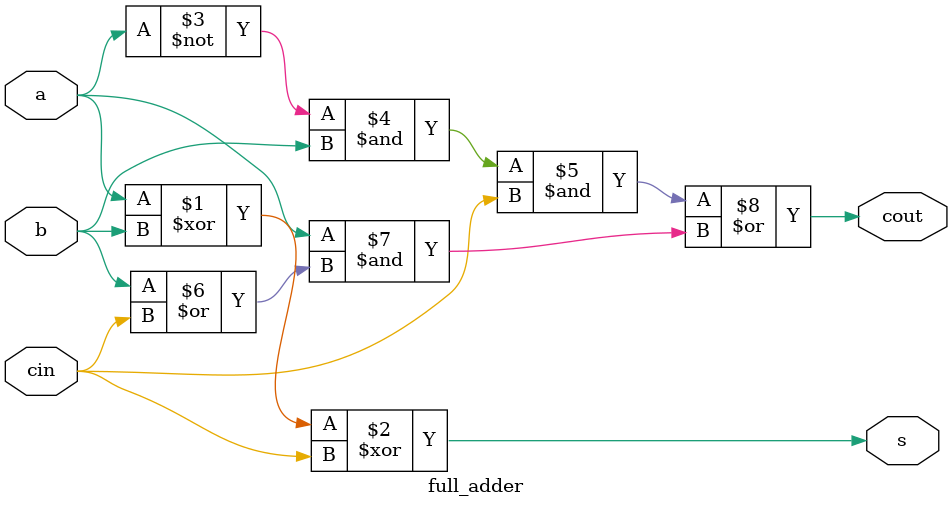
<source format=sv>
module adder
    (
        input logic [31:0] a, b,
        output logic [31:0] sum
    );
    logic [31:0] c;
    half_adder ha(a[0], b[0], c[0], sum[0]);
    generate
        genvar i;
        for (i = 1; i < 32; i = i + 1)
            full_adder fa(a[i], b[i], c[i-1], c[i], sum[i]);
    endgenerate
endmodule

module half_adder
    (
        input logic a, b,
        output logic c, s
    );
    assign s = a ^ b;
    assign c = a & b;
endmodule

module full_adder
    (
        input logic a, b, cin,
        output logic cout, s
    );
    assign s = a ^ b ^ cin;//(~a & (b ^ cin)) | (a & ~(b ^ cin));
    assign cout = (~a & b & cin) | (a & (b | cin));
endmodule

</source>
